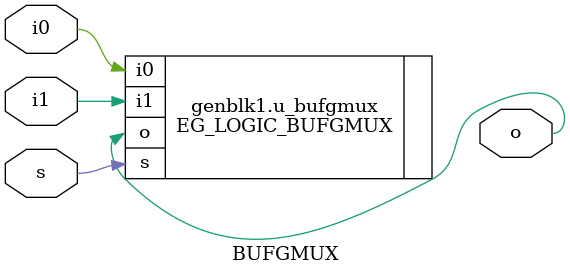
<source format=v>
`timescale 1ns / 1ps

module BUFGMUX(
	output wire o,  // 1-bit output: Clock output
	input  wire i0, // 1-bit input: Clock input (S=0)
	input  wire i1, // 1-bit input: Clock input (S=1)
	input  wire s   // 1-bit input: Clock select
);
parameter DEVICE 		= "EG4";//"PH1","EG4"
parameter INIT_OUT 		= "0";
parameter PRESELECT_I0 	= "TRUE";
parameter PRESELECT_I1 	= "FALSE";

generate 
if(DEVICE == "EG4")
begin
	EG_LOGIC_BUFGMUX#(
		.INIT_OUT 		(INIT_OUT 	 ),	
		.PRESELECT_I0  	(PRESELECT_I0),
		.PRESELECT_I1  	(PRESELECT_I1)
	)
	u_bufgmux
	(
		.o	(o	),
		.i0	(i0),
		.i1	(i1),
		.s	(s )
	); 
end
else if(DEVICE == "PH1")
begin
	reg [1:0]seln;	
	reg [1:0]cen;	

	always@(*)
	begin
		if(s==1'b1)
		begin
			seln <= 2'b00;
			cen	 <= 2'b01;
		end
		else
		begin
			seln <= 2'b00;
			cen	 <= 2'b10;	
		end
	end


	PH1_PHY_GCLK_V2#(
		.PRESELECT	("CLK0"	),
		.HOLD 		("YES"	),
		.SEL_TRIGGER("POS"	)
	)
	u_bufgmux
	(
		.seln		(seln	),
		.cen		(cen	),
		.drct		(2'b00	),//无毛刺切换使能，当drct=2’b00实现无毛刺切换
		.clkin		({i1,i0}),
		.clkout		(o		)
	);
end
endgenerate

endmodule
</source>
